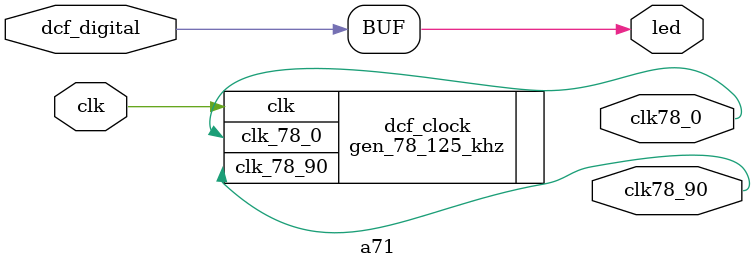
<source format=v>
module a71(input clk, input dcf_digital, output clk78_0, output clk78_90, output led);

assign led=dcf_digital;
gen_78_125_khz dcf_clock(.clk(clk), .clk_78_0(clk78_0), .clk_78_90(clk78_90));


endmodule

</source>
